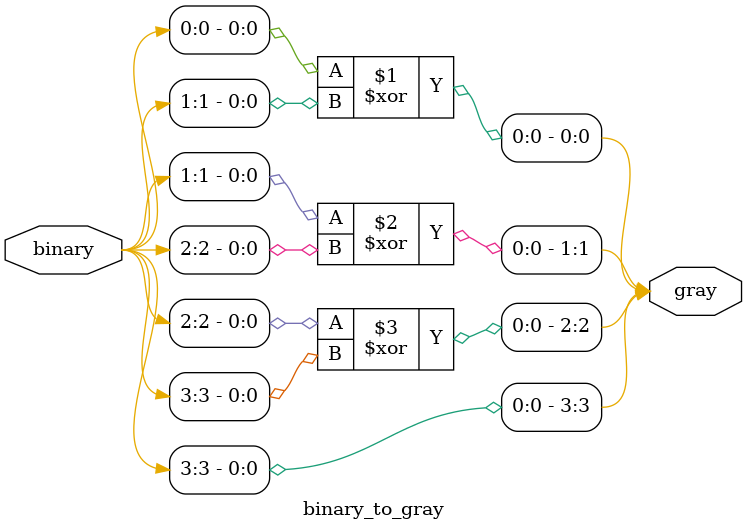
<source format=v>


module binary_to_gray #(parameter WIDTH=4) (
  input [WIDTH-1:0] binary,
  output [WIDTH-1:0] gray
);
  genvar i;    
  generate
    for(i=0;i<WIDTH-1;i++) begin
      assign gray[i] = binary[i] ^ binary[i+1];
    end
  endgenerate
  
  assign gray[WIDTH-1] = binary[WIDTH-1];
endmodule



</source>
